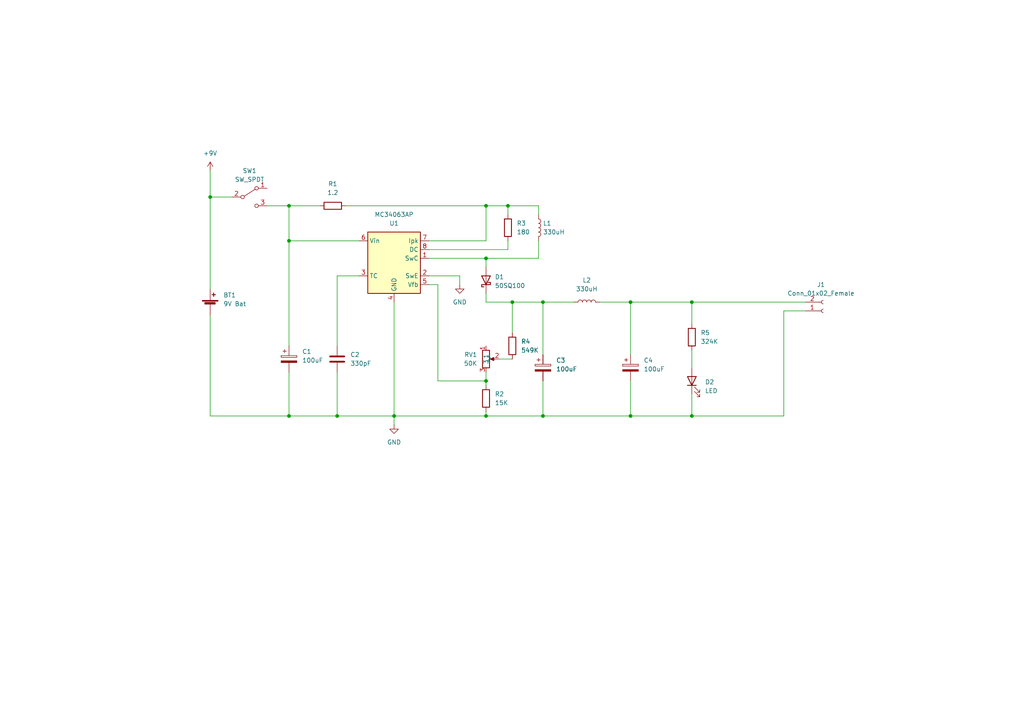
<source format=kicad_sch>
(kicad_sch (version 20211123) (generator eeschema)
  (paper "A4")
  (lib_symbols
    (symbol "Connector:Conn_01x02_Female" (pin_names (offset 1.016) hide)
      (property "Reference" "J" (at 0 2.54 0))
      (property "Value" "Conn_01x02_Female" (at 0 -5.08 0))
      (symbol "Conn_01x02_Female_1_1"
        (arc (start 0 -2.032) (mid -0.508 -2.54) (end 0 -3.048) (stroke (width 0.1524)))
        (polyline (pts (xy -1.27 -2.54) (xy -0.508 -2.54)) (stroke (width 0.1524)))
        (polyline (pts (xy -1.27 0) (xy -0.508 0)) (stroke (width 0.1524)))
        (arc (start 0 0.508) (mid -0.508 0) (end 0 -0.508) (stroke (width 0.1524)))
        (pin passive line (at -5.08 0 0) (length 3.81) (name "Pin_1") (number "1"))
        (pin passive line (at -5.08 -2.54 0) (length 3.81) (name "Pin_2") (number "2"))
      )
    )
    (symbol "Device:Battery_Cell" (pin_numbers hide) (pin_names (offset 0) hide)
      (property "Reference" "BT" (at 2.54 2.54 0))
      (property "Value" "Battery_Cell" (at 2.54 0 0))
      (symbol "Battery_Cell_0_1"
        (rectangle (start -2.286 1.778) (end 2.286 1.524) (fill (type outline)))
        (rectangle (start -1.5748 1.1938) (end 1.4732 0.6858) (fill (type outline)))
        (polyline (pts (xy 0 0.762) (xy 0 0)))
        (polyline (pts (xy 0 1.778) (xy 0 2.54)))
        (polyline (pts (xy 0.508 3.429) (xy 1.524 3.429)) (stroke (width 0.254)))
        (polyline (pts (xy 1.016 3.937) (xy 1.016 2.921)) (stroke (width 0.254)))
      )
      (symbol "Battery_Cell_1_1"
        (pin passive line (at 0 5.08 270) (length 2.54) (name "+") (number "1"))
        (pin passive line (at 0 -2.54 90) (length 2.54) (name "-") (number "2"))
      )
    )
    (symbol "Device:C" (pin_numbers hide) (pin_names (offset 0.254))
      (property "Reference" "C" (at 0.635 2.54 0))
      (property "Value" "C" (at 0.635 -2.54 0))
      (symbol "C_0_1"
        (polyline (pts (xy -2.032 -0.762) (xy 2.032 -0.762)) (stroke (width 0.508)))
        (polyline (pts (xy -2.032 0.762) (xy 2.032 0.762)) (stroke (width 0.508)))
      )
      (symbol "C_1_1"
        (pin passive line (at 0 3.81 270) (length 2.794) (name "~") (number "1"))
        (pin passive line (at 0 -3.81 90) (length 2.794) (name "~") (number "2"))
      )
    )
    (symbol "Device:C_Polarized" (pin_numbers hide) (pin_names (offset 0.254))
      (property "Reference" "C" (at 0.635 2.54 0))
      (property "Value" "C_Polarized" (at 0.635 -2.54 0))
      (symbol "C_Polarized_0_1"
        (rectangle (start -2.286 0.508) (end 2.286 1.016))
        (polyline (pts (xy -1.778 2.286) (xy -0.762 2.286)))
        (polyline (pts (xy -1.27 2.794) (xy -1.27 1.778)))
        (rectangle (start 2.286 -0.508) (end -2.286 -1.016) (fill (type outline)))
      )
      (symbol "C_Polarized_1_1"
        (pin passive line (at 0 3.81 270) (length 2.794) (name "~") (number "1"))
        (pin passive line (at 0 -3.81 90) (length 2.794) (name "~") (number "2"))
      )
    )
    (symbol "Device:D_Schottky" (pin_numbers hide) (pin_names (offset 1.016) hide)
      (property "Reference" "D" (at 0 2.54 0))
      (property "Value" "D_Schottky" (at 0 -2.54 0))
      (symbol "D_Schottky_0_1"
        (polyline (pts (xy 1.27 0) (xy -1.27 0)))
        (polyline (pts (xy 1.27 1.27) (xy 1.27 -1.27) (xy -1.27 0) (xy 1.27 1.27)) (stroke (width 0.254)))
        (polyline (pts (xy -1.905 0.635) (xy -1.905 1.27) (xy -1.27 1.27) (xy -1.27 -1.27) (xy -0.635 -1.27) (xy -0.635 -0.635)) (stroke (width 0.254)))
      )
      (symbol "D_Schottky_1_1"
        (pin passive line (at -3.81 0 0) (length 2.54) (name "K") (number "1"))
        (pin passive line (at 3.81 0 180) (length 2.54) (name "A") (number "2"))
      )
    )
    (symbol "Device:L" (pin_numbers hide) (pin_names (offset 1.016) hide)
      (property "Reference" "L" (at -1.27 0 90))
      (property "Value" "L" (at 1.905 0 90))
      (symbol "L_0_1"
        (arc (start 0 -2.54) (mid 0.635 -1.905) (end 0 -1.27))
        (arc (start 0 -1.27) (mid 0.635 -0.635) (end 0 0))
        (arc (start 0 0) (mid 0.635 0.635) (end 0 1.27))
        (arc (start 0 1.27) (mid 0.635 1.905) (end 0 2.54))
      )
      (symbol "L_1_1"
        (pin passive line (at 0 3.81 270) (length 1.27) (name "1") (number "1"))
        (pin passive line (at 0 -3.81 90) (length 1.27) (name "2") (number "2"))
      )
    )
    (symbol "Device:LED" (pin_numbers hide) (pin_names (offset 1.016) hide)
      (property "Reference" "D" (at 0 2.54 0))
      (property "Value" "LED" (at 0 -2.54 0))
      (symbol "LED_0_1"
        (polyline (pts (xy -1.27 -1.27) (xy -1.27 1.27)) (stroke (width 0.254)))
        (polyline (pts (xy -1.27 0) (xy 1.27 0)))
        (polyline (pts (xy 1.27 -1.27) (xy 1.27 1.27) (xy -1.27 0) (xy 1.27 -1.27)) (stroke (width 0.254)))
        (polyline (pts (xy -3.048 -0.762) (xy -4.572 -2.286) (xy -3.81 -2.286) (xy -4.572 -2.286) (xy -4.572 -1.524)))
        (polyline (pts (xy -1.778 -0.762) (xy -3.302 -2.286) (xy -2.54 -2.286) (xy -3.302 -2.286) (xy -3.302 -1.524)))
      )
      (symbol "LED_1_1"
        (pin passive line (at -3.81 0 0) (length 2.54) (name "K") (number "1"))
        (pin passive line (at 3.81 0 180) (length 2.54) (name "A") (number "2"))
      )
    )
    (symbol "Device:R" (pin_numbers hide) (pin_names (offset 0))
      (property "Reference" "R" (at 2.032 0 90))
      (property "Value" "R" (at 0 0 90))
      (symbol "R_0_1"
        (rectangle (start -1.016 -2.54) (end 1.016 2.54) (stroke (width 0.254)))
      )
      (symbol "R_1_1"
        (pin passive line (at 0 3.81 270) (length 1.27) (name "~") (number "1"))
        (pin passive line (at 0 -3.81 90) (length 1.27) (name "~") (number "2"))
      )
    )
    (symbol "Device:R_Potentiometer" (pin_names (offset 1.016))
      (property "Reference" "RV" (at -4.445 0 90))
      (property "Value" "R_Potentiometer" (at -2.54 0 90))
      (symbol "R_Potentiometer_0_1"
        (polyline (pts (xy 2.54 0) (xy 1.524 0)))
        (polyline (pts (xy 1.143 0) (xy 2.286 0.508) (xy 2.286 -0.508) (xy 1.143 0)) (fill (type outline)))
        (rectangle (start 1.016 2.54) (end -1.016 -2.54) (stroke (width 0.254)))
      )
      (symbol "R_Potentiometer_1_1"
        (pin passive line (at 0 3.81 270) (length 1.27) (name "1") (number "1"))
        (pin passive line (at 3.81 0 180) (length 1.27) (name "2") (number "2"))
        (pin passive line (at 0 -3.81 90) (length 1.27) (name "3") (number "3"))
      )
    )
    (symbol "Regulator_Switching:MC34063AP"
      (property "Reference" "U" (at -7.62 8.89 0))
      (property "Value" "MC34063AP" (at 0 8.89 0))
      (symbol "MC34063AP_0_1"
        (rectangle (start -7.62 7.62) (end 7.62 -10.16) (stroke (width 0.254)) (fill (type background)))
      )
      (symbol "MC34063AP_1_1"
        (pin open_collector line (at 10.16 0 180) (length 2.54) (name "SwC") (number "1"))
        (pin open_emitter line (at 10.16 -5.08 180) (length 2.54) (name "SwE") (number "2"))
        (pin passive line (at -10.16 -5.08 0) (length 2.54) (name "TC") (number "3"))
        (pin power_in line (at 0 -12.7 90) (length 2.54) (name "GND") (number "4"))
        (pin input line (at 10.16 -7.62 180) (length 2.54) (name "Vfb") (number "5"))
        (pin power_in line (at -10.16 5.08 0) (length 2.54) (name "Vin") (number "6"))
        (pin input line (at 10.16 5.08 180) (length 2.54) (name "Ipk") (number "7"))
        (pin open_collector line (at 10.16 2.54 180) (length 2.54) (name "DC") (number "8"))
      )
    )
    (symbol "Switch:SW_SPDT" (pin_names (offset 0) hide)
      (property "Reference" "SW" (at 0 4.318 0))
      (property "Value" "SW_SPDT" (at 0 -5.08 0))
      (symbol "SW_SPDT_0_0"
        (circle (center -2.032 0) (radius 0.508))
        (circle (center 2.032 -2.54) (radius 0.508))
      )
      (symbol "SW_SPDT_0_1"
        (polyline (pts (xy -1.524 0.254) (xy 1.651 2.286)))
        (circle (center 2.032 2.54) (radius 0.508))
      )
      (symbol "SW_SPDT_1_1"
        (pin passive line (at 5.08 2.54 180) (length 2.54) (name "A") (number "1"))
        (pin passive line (at -5.08 0 0) (length 2.54) (name "B") (number "2"))
        (pin passive line (at 5.08 -2.54 180) (length 2.54) (name "C") (number "3"))
      )
    )
    (symbol "power:+9V" (power) (pin_names (offset 0))
      (property "Value" "+9V" (at 0 3.556 0))
      (symbol "+9V_0_1"
        (polyline (pts (xy -0.762 1.27) (xy 0 2.54)))
        (polyline (pts (xy 0 0) (xy 0 2.54)))
        (polyline (pts (xy 0 2.54) (xy 0.762 1.27)))
      )
      (symbol "+9V_1_1"
        (pin power_in line (at 0 0 90) (length 0) hide (name "+9V") (number "1"))
      )
    )
    (symbol "power:GND" (power) (pin_names (offset 0))
      (property "Value" "GND" (at 0 -3.81 0))
      (symbol "GND_0_1"
        (polyline (pts (xy 0 0) (xy 0 -1.27) (xy 1.27 -1.27) (xy 0 -2.54) (xy -1.27 -1.27) (xy 0 -1.27)))
      )
      (symbol "GND_1_1"
        (pin power_in line (at 0 0 270) (length 0) hide (name "GND") (number "1"))
      )
    )
  )
  (junction (at 200.66 120.65))
  (junction (at 114.3 120.65))
  (junction (at 60.96 57.15))
  (junction (at 147.32 59.69))
  (junction (at 83.82 59.69))
  (junction (at 83.82 69.85))
  (junction (at 140.97 110.49))
  (junction (at 140.97 59.69))
  (junction (at 157.48 87.63))
  (junction (at 182.88 120.65))
  (junction (at 83.82 120.65))
  (junction (at 97.79 120.65))
  (junction (at 200.66 87.63))
  (junction (at 148.59 87.63))
  (junction (at 140.97 74.93))
  (junction (at 157.48 120.65))
  (junction (at 140.97 120.65))
  (junction (at 182.88 87.63))
  (wire (pts (xy 200.66 87.63) (xy 200.66 93.98)))
  (wire (pts (xy 157.48 87.63) (xy 166.37 87.63)))
  (wire (pts (xy 97.79 120.65) (xy 114.3 120.65)))
  (wire (pts (xy 147.32 72.39) (xy 147.32 69.85)))
  (wire (pts (xy 140.97 85.09) (xy 140.97 87.63)))
  (wire (pts (xy 147.32 59.69) (xy 156.21 59.69)))
  (wire (pts (xy 140.97 59.69) (xy 140.97 69.85)))
  (wire (pts (xy 83.82 120.65) (xy 97.79 120.65)))
  (wire (pts (xy 60.96 57.15) (xy 67.31 57.15)))
  (wire (pts (xy 200.66 87.63) (xy 233.68 87.63)))
  (wire (pts (xy 140.97 74.93) (xy 140.97 77.47)))
  (wire (pts (xy 182.88 87.63) (xy 182.88 102.87)))
  (wire (pts (xy 200.66 101.6) (xy 200.66 106.68)))
  (wire (pts (xy 173.99 87.63) (xy 182.88 87.63)))
  (wire (pts (xy 140.97 107.95) (xy 140.97 110.49)))
  (wire (pts (xy 182.88 110.49) (xy 182.88 120.65)))
  (wire (pts (xy 156.21 74.93) (xy 140.97 74.93)))
  (wire (pts (xy 97.79 107.95) (xy 97.79 120.65)))
  (wire (pts (xy 124.46 74.93) (xy 140.97 74.93)))
  (wire (pts (xy 133.35 80.01) (xy 133.35 82.55)))
  (wire (pts (xy 127 82.55) (xy 127 110.49)))
  (wire (pts (xy 156.21 59.69) (xy 156.21 62.23)))
  (wire (pts (xy 114.3 123.19) (xy 114.3 120.65)))
  (wire (pts (xy 182.88 87.63) (xy 200.66 87.63)))
  (wire (pts (xy 140.97 59.69) (xy 147.32 59.69)))
  (wire (pts (xy 60.96 57.15) (xy 60.96 83.82)))
  (wire (pts (xy 124.46 69.85) (xy 140.97 69.85)))
  (wire (pts (xy 227.33 120.65) (xy 227.33 90.17)))
  (wire (pts (xy 157.48 110.49) (xy 157.48 120.65)))
  (wire (pts (xy 140.97 87.63) (xy 148.59 87.63)))
  (wire (pts (xy 200.66 114.3) (xy 200.66 120.65)))
  (wire (pts (xy 140.97 119.38) (xy 140.97 120.65)))
  (wire (pts (xy 157.48 87.63) (xy 157.48 102.87)))
  (wire (pts (xy 104.14 80.01) (xy 97.79 80.01)))
  (wire (pts (xy 156.21 69.85) (xy 156.21 74.93)))
  (wire (pts (xy 83.82 107.95) (xy 83.82 120.65)))
  (wire (pts (xy 140.97 110.49) (xy 140.97 111.76)))
  (wire (pts (xy 83.82 59.69) (xy 83.82 69.85)))
  (wire (pts (xy 148.59 87.63) (xy 148.59 96.52)))
  (wire (pts (xy 60.96 91.44) (xy 60.96 120.65)))
  (wire (pts (xy 60.96 49.53) (xy 60.96 57.15)))
  (wire (pts (xy 227.33 90.17) (xy 233.68 90.17)))
  (wire (pts (xy 100.33 59.69) (xy 140.97 59.69)))
  (wire (pts (xy 144.78 104.14) (xy 148.59 104.14)))
  (wire (pts (xy 124.46 72.39) (xy 147.32 72.39)))
  (wire (pts (xy 148.59 87.63) (xy 157.48 87.63)))
  (wire (pts (xy 77.47 59.69) (xy 83.82 59.69)))
  (wire (pts (xy 127 82.55) (xy 124.46 82.55)))
  (wire (pts (xy 60.96 120.65) (xy 83.82 120.65)))
  (wire (pts (xy 83.82 69.85) (xy 104.14 69.85)))
  (wire (pts (xy 182.88 120.65) (xy 157.48 120.65)))
  (wire (pts (xy 114.3 87.63) (xy 114.3 120.65)))
  (wire (pts (xy 127 110.49) (xy 140.97 110.49)))
  (wire (pts (xy 200.66 120.65) (xy 182.88 120.65)))
  (wire (pts (xy 140.97 120.65) (xy 157.48 120.65)))
  (wire (pts (xy 114.3 120.65) (xy 140.97 120.65)))
  (wire (pts (xy 147.32 59.69) (xy 147.32 62.23)))
  (wire (pts (xy 97.79 80.01) (xy 97.79 100.33)))
  (wire (pts (xy 200.66 120.65) (xy 227.33 120.65)))
  (wire (pts (xy 124.46 80.01) (xy 133.35 80.01)))
  (wire (pts (xy 83.82 59.69) (xy 92.71 59.69)))
  (wire (pts (xy 83.82 100.33) (xy 83.82 69.85)))
  (symbol (lib_id "Device:C") (at 97.79 104.14 0) (unit 1)
    (property "Reference" "C2" (at 101.6 102.8699 0) (effects (justify left)))
    (property "Value" "330pF" (at 101.6 105.4099 0) (effects (justify left)))
    (property "Footprint" "Capacitor_THT:C_Rect_L7.2mm_W2.5mm_P5.00mm_FKS2_FKP2_MKS2_MKP2" (effects hide))
    (property "Datasheet" "https://www.mouser.tw/datasheet/2/440/e_WIMA_MKS_2-1139871.pdf" (effects hide))
  )
  (symbol (lib_id "Device:D_Schottky") (at 140.97 81.28 90) (unit 1)
    (property "Reference" "D1" (at 143.51 80.3274 90) (effects (justify right)))
    (property "Value" "50SQ100" (at 143.51 82.8674 90) (effects (justify right)))
    (property "Footprint" "Diode_THT:D_DO-201_P15.24mm_Horizontal" (effects hide))
    (property "Datasheet" "https://images.100y.com.tw/pdf_file/50SQ_SERIES.pdf" (effects hide))
  )
  (symbol (lib_id "Device:Battery_Cell") (at 60.96 88.9 0) (unit 1)
    (property "Reference" "BT1" (at 64.77 85.5979 0) (effects (justify left)))
    (property "Value" "9V Bat" (at 64.77 88.1379 0) (effects (justify left)))
    (property "Footprint" "Connector_PinHeader_2.54mm:PinHeader_1x02_P2.54mm_Vertical" (effects hide))
  )
  (symbol (lib_id "Device:C_Polarized") (at 157.48 106.68 0) (unit 1)
    (property "Reference" "C3" (at 161.29 104.5209 0) (effects (justify left)))
    (property "Value" "100uF" (at 161.29 107.0609 0) (effects (justify left)))
    (property "Footprint" "Capacitor_THT:CP_Radial_D10.0mm_P5.00mm" (effects hide))
    (property "Datasheet" "https://www.mouser.tw/datasheet/2/977/e_ZLJ-1601167.pdf" (effects hide))
  )
  (symbol (lib_id "Device:R") (at 140.97 115.57 180) (unit 1)
    (property "Reference" "R2" (at 143.51 114.2999 0) (effects (justify right)))
    (property "Value" "15K" (at 143.51 116.8399 0) (effects (justify right)))
    (property "Footprint" "Resistor_THT:R_Axial_DIN0207_L6.3mm_D2.5mm_P10.16mm_Horizontal" (effects hide))
  )
  (symbol (lib_id "Device:R") (at 148.59 100.33 180) (unit 1)
    (property "Reference" "R4" (at 151.13 99.0599 0) (effects (justify right)))
    (property "Value" "549K" (at 151.13 101.5999 0) (effects (justify right)))
    (property "Footprint" "Resistor_THT:R_Axial_DIN0207_L6.3mm_D2.5mm_P10.16mm_Horizontal" (effects hide))
  )
  (symbol (lib_id "Regulator_Switching:MC34063AP") (at 114.3 74.93 0) (unit 1)
    (property "Reference" "U1" (at 114.3 64.77 0))
    (property "Value" "MC34063AP" (at 114.3 62.23 0))
    (property "Footprint" "Package_DIP:DIP-8_W7.62mm" (effects hide))
    (property "Datasheet" "http://www.onsemi.com/pub_link/Collateral/MC34063A-D.PDF" (effects hide))
  )
  (symbol (lib_id "Device:LED") (at 200.66 110.49 90) (unit 1)
    (property "Reference" "D2" (at 204.47 110.8074 90) (effects (justify right)))
    (property "Value" "LED" (at 204.47 113.3474 90) (effects (justify right)))
    (property "Footprint" "LED_THT:LED_D5.0mm_Clear" (effects hide))
  )
  (symbol (lib_id "Switch:SW_SPDT") (at 72.39 57.15 0) (unit 1)
    (property "Reference" "SW1" (at 72.39 49.53 0))
    (property "Value" "SW_SPDT" (at 72.39 52.07 0))
    (property "Footprint" "Connector_PinHeader_2.54mm:PinHeader_1x03_P2.54mm_Vertical" (effects hide))
  )
  (symbol (lib_id "Device:R_Potentiometer") (at 140.97 104.14 0) (unit 1)
    (property "Reference" "RV1" (at 138.43 102.8699 0) (effects (justify right)))
    (property "Value" "50K" (at 138.43 105.4099 0) (effects (justify right)))
    (property "Footprint" "Potentiometer_THT:Potentiometer_Bourns_3339P_Vertical_HandSoldering" (effects hide))
  )
  (symbol (lib_id "Device:C_Polarized") (at 83.82 104.14 0) (unit 1)
    (property "Reference" "C1" (at 87.63 101.9809 0) (effects (justify left)))
    (property "Value" "100uF" (at 87.63 104.5209 0) (effects (justify left)))
    (property "Footprint" "Capacitor_THT:CP_Radial_D10.0mm_P5.00mm" (effects hide))
    (property "Datasheet" "https://www.mouser.tw/datasheet/2/977/e_ZLJ-1601167.pdf" (effects hide))
  )
  (symbol (lib_id "Device:R") (at 200.66 97.79 180) (unit 1)
    (property "Reference" "R5" (at 203.2 96.5199 0) (effects (justify right)))
    (property "Value" "324K" (at 203.2 99.0599 0) (effects (justify right)))
    (property "Footprint" "Resistor_THT:R_Axial_DIN0207_L6.3mm_D2.5mm_P10.16mm_Horizontal" (effects hide))
  )
  (symbol (lib_id "power:GND") (at 133.35 82.55 0) (unit 1)
    (property "Reference" "#PWR03" (effects hide))
    (property "Value" "GND" (at 133.35 87.63 0))
  )
  (symbol (lib_id "Device:R") (at 147.32 66.04 180) (unit 1)
    (property "Reference" "R3" (at 149.86 64.7699 0) (effects (justify right)))
    (property "Value" "180" (at 149.86 67.3099 0) (effects (justify right)))
    (property "Footprint" "Resistor_THT:R_Axial_DIN0207_L6.3mm_D2.5mm_P10.16mm_Horizontal" (effects hide))
  )
  (symbol (lib_id "power:+9V") (at 60.96 49.53 0) (unit 1)
    (property "Reference" "#PWR01" (effects hide))
    (property "Value" "+9V" (at 60.96 44.45 0))
  )
  (symbol (lib_id "Device:C_Polarized") (at 182.88 106.68 0) (unit 1)
    (property "Reference" "C4" (at 186.69 104.5209 0) (effects (justify left)))
    (property "Value" "100uF" (at 186.69 107.0609 0) (effects (justify left)))
    (property "Footprint" "Capacitor_THT:CP_Radial_D10.0mm_P5.00mm" (effects hide))
    (property "Datasheet" "https://www.mouser.tw/datasheet/2/977/e_ZLJ-1601167.pdf" (effects hide))
  )
  (symbol (lib_id "Device:R") (at 96.52 59.69 270) (unit 1)
    (property "Reference" "R1" (at 96.52 53.34 90))
    (property "Value" "1.2" (at 96.52 55.88 90))
    (property "Footprint" "Resistor_THT:R_Axial_DIN0207_L6.3mm_D2.5mm_P10.16mm_Horizontal" (effects hide))
  )
  (symbol (lib_id "Device:L") (at 170.18 87.63 90) (unit 1)
    (property "Reference" "L2" (at 170.18 81.28 90))
    (property "Value" "330uH" (at 170.18 83.82 90))
    (property "Footprint" "Inductor_SMD:L_Bourns-SRN8040_8x8.15mm" (effects hide))
  )
  (symbol (lib_id "power:GND") (at 114.3 123.19 0) (unit 1)
    (property "Reference" "#PWR02" (effects hide))
    (property "Value" "GND" (at 114.3 128.27 0))
  )
  (symbol (lib_id "Device:L") (at 156.21 66.04 0) (unit 1)
    (property "Reference" "L1" (at 157.48 64.7699 0) (effects (justify left)))
    (property "Value" "330uH" (at 157.48 67.3099 0) (effects (justify left)))
    (property "Footprint" "Inductor_SMD:L_Bourns-SRN8040_8x8.15mm" (effects hide))
  )
  (symbol (lib_id "Connector:Conn_01x02_Female") (at 238.76 90.17 0) (mirror x) (unit 1)
    (property "Reference" "J1" (at 238.125 82.55 0))
    (property "Value" "Conn_01x02_Female" (at 238.125 85.09 0))
    (property "Footprint" "Connector_PinHeader_2.54mm:PinHeader_1x02_P2.54mm_Vertical" (effects hide))
  )
)
</source>
